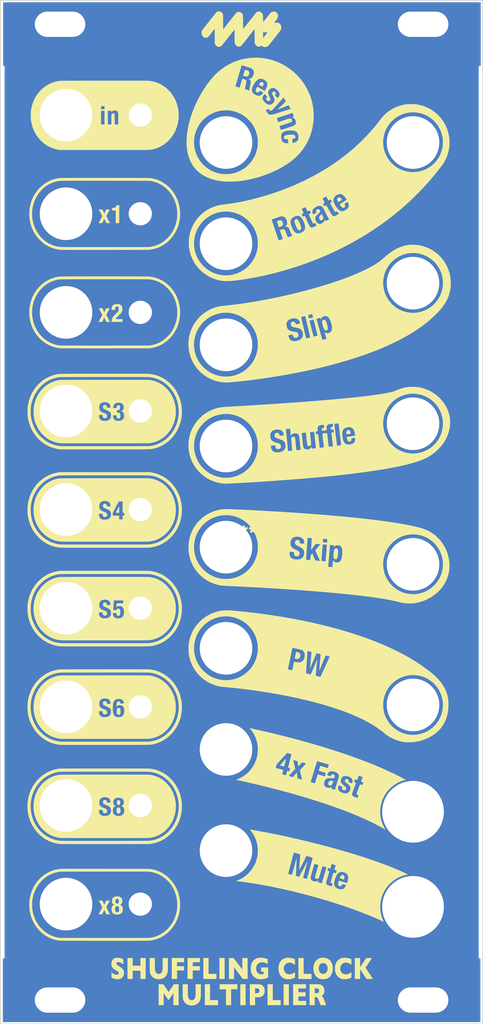
<source format=kicad_pcb>
(kicad_pcb (version 20210606) (generator pcbnew)
  (layers (0 "F.Cu" signal) (31 "B.Cu" signal) (34 "B.Paste" user) (35 "F.Paste" user) (36 "B.SilkS" user "B.Silkscreen") (37 "F.SilkS" user "F.Silkscreen") (38 "B.Mask" user) (39 "F.Mask" user) (44 "Edge.Cuts" user))
  (net 0 "")
  (net 1 "GND")
  (footprint "Faceplate_Hole_Lightpipe_With_Mask_Opening" (layer "F.Cu") (at 16.6116 17.9705)
    (fp_text reference "REF**" hide)
    (fp_text value "Faceplate_Hole_LightPipe_With_Mask_Opening" hide)
    (pad "1" thru_hole circle locked (at 0 0) (size 3.175 3.175) (drill 2.921) (layers *.Cu *.Mask) (net 1 "GND"))
  )
  (footprint "4ms_Faceplate:Faceplate_Rail_Mount_Slot_Plated" (layer "F.Cu") (at 6.529999 116.6883)
    (fp_text reference "REF**" hide)
    (fp_text value "Rail_mount_slot" hide)
    (pad "1" thru_hole oval locked (at 0 0) (size 7.366 4.191) (drill oval 6.35 3.175) (layers *.Cu *.Mask) (net 1 "GND"))
  )
  (footprint "Faceplate_Hole_Jack_3.5mm" (layer "F.Cu") (at 7.281 67.5005)
    (fp_text reference "REF**" hide)
    (fp_text value "GND" hide)
    (pad "1" thru_hole circle locked (at 0 0) (size 7.62 7.62) (drill 6.604) (layers *.Cu *.Mask) (net 1 "GND"))
  )
  (footprint "Faceplate_Hole_Pot_9mm" (layer "F.Cu") (at 50.8762 9.0297)
    (fp_text reference "REF**" hide)
    (fp_text value "Faceplate_Hole_Pot_9mm" hide)
    (pad "1" thru_hole circle locked (at 0 0) (size 7.112 7.112) (drill 6.604) (layers *.Cu *.Mask) (net 1 "GND"))
  )
  (footprint "Faceplate_Hole_Jack_3.5mm" (layer "F.Cu") (at 27.3812 97.9297)
    (fp_text reference "REF**" hide)
    (fp_text value "GND" hide)
    (pad "1" thru_hole circle locked (at 0 0) (size 7.62 7.62) (drill 6.604) (layers *.Cu *.Mask) (net 1 "GND"))
  )
  (footprint "Faceplate_Hole_Lightpipe_With_Mask_Opening" (layer "F.Cu") (at 16.6116 5.588)
    (fp_text reference "REF**" hide)
    (fp_text value "Faceplate_Hole_LightPipe_With_Mask_Opening" hide)
    (pad "1" thru_hole circle locked (at 0 0) (size 3.175 3.175) (drill 2.921) (layers *.Cu *.Mask) (net 1 "GND"))
  )
  (footprint "Faceplate_Hole_Jack_3.5mm" (layer "F.Cu") (at 7.281 79.883)
    (fp_text reference "REF**" hide)
    (fp_text value "GND" hide)
    (pad "1" thru_hole circle locked (at 0 0) (size 7.62 7.62) (drill 6.604) (layers *.Cu *.Mask) (net 1 "GND"))
  )
  (footprint "4ms_Faceplate:Faceplate_Rail_Mount_Slot_Plated" (layer "F.Cu") (at 52.144 116.6883)
    (fp_text reference "REF**" hide)
    (fp_text value "Rail_mount_slot" hide)
    (pad "1" thru_hole oval locked (at 0 0) (size 7.366 4.191) (drill oval 6.35 3.175) (layers *.Cu *.Mask) (net 1 "GND"))
  )
  (footprint "Faceplate_Hole_Lightpipe_With_Mask_Opening" (layer "F.Cu") (at 16.6116 67.5005)
    (fp_text reference "REF**" hide)
    (fp_text value "Faceplate_Hole_LightPipe_With_Mask_Opening" hide)
    (pad "1" thru_hole circle locked (at 0 0) (size 3.175 3.175) (drill 2.921) (layers *.Cu *.Mask) (net 1 "GND"))
  )
  (footprint "Faceplate_Hole_Lightpipe_With_Mask_Opening" (layer "F.Cu") (at 16.6116 92.2655)
    (fp_text reference "REF**" hide)
    (fp_text value "Faceplate_Hole_LightPipe_With_Mask_Opening" hide)
    (pad "1" thru_hole circle locked (at 0 0) (size 3.175 3.175) (drill 2.921) (layers *.Cu *.Mask) (net 1 "GND"))
  )
  (footprint "Faceplate_Hole_Pot_9mm" (layer "F.Cu") (at 50.8762 44.3357)
    (fp_text reference "REF**" hide)
    (fp_text value "Faceplate_Hole_Pot_9mm" hide)
    (pad "1" thru_hole circle locked (at 0 0) (size 7.112 7.112) (drill 6.604) (layers *.Cu *.Mask) (net 1 "GND"))
  )
  (footprint "Faceplate_Hole_Jack_3.5mm" (layer "F.Cu") (at 7.281 104.648)
    (fp_text reference "REF**" hide)
    (fp_text value "GND" hide)
    (pad "1" thru_hole circle locked (at 0 0) (size 7.62 7.62) (drill 6.604) (layers *.Cu *.Mask) (net 1 "GND"))
  )
  (footprint "Faceplate_Hole_Jack_3.5mm" (layer "F.Cu") (at 27.3812 21.7297)
    (fp_text reference "REF**" hide)
    (fp_text value "GND" hide)
    (pad "1" thru_hole circle locked (at 0 0) (size 7.62 7.62) (drill 6.604) (layers *.Cu *.Mask) (net 1 "GND"))
  )
  (footprint "Faceplate_Hole_Jack_3.5mm" (layer "F.Cu") (at 27.3812 72.5297)
    (fp_text reference "REF**" hide)
    (fp_text value "GND" hide)
    (pad "1" thru_hole circle locked (at 0 0) (size 7.62 7.62) (drill 6.604) (layers *.Cu *.Mask) (net 1 "GND"))
  )
  (footprint "Faceplate_Hole_Lightpipe_With_Mask_Opening" (layer "F.Cu") (at 16.6116 30.353)
    (fp_text reference "REF**" hide)
    (fp_text value "Faceplate_Hole_LightPipe_With_Mask_Opening" hide)
    (pad "1" thru_hole circle locked (at 0 0) (size 3.175 3.175) (drill 2.921) (layers *.Cu *.Mask) (net 1 "GND"))
  )
  (footprint "artwork:silk" (layer "F.Cu") (at 28.85 58.07)
    (fp_text reference "G***" (at 0 0) (layer "F.SilkS") (effects (font (size 1.524 1.524) (thickness 0.3))))
    (fp_text value "LOGO" hide)
  )
  (footprint "Faceplate_Hole_Jack_3.5mm" (layer "F.Cu") (at 27.3812 59.8297)
    (fp_text reference "REF**" hide)
    (fp_text value "GND" hide)
    (pad "1" thru_hole circle locked (at 0 0) (size 7.62 7.62) (drill 6.604) (layers *.Cu *.Mask) (net 1 "GND"))
  )
  (footprint "Faceplate_Hole_Jack_3.5mm" (layer "F.Cu") (at 7.281 5.588)
    (fp_text reference "REF**" hide)
    (fp_text value "GND" hide)
    (pad "1" thru_hole circle locked (at 0 0) (size 7.62 7.62) (drill 6.604) (layers *.Cu *.Mask) (net 1 "GND"))
  )
  (footprint "Faceplate_Hole_Pot_9mm" (layer "F.Cu") (at 50.8762 26.6827)
    (fp_text reference "REF**" hide)
    (fp_text value "Faceplate_Hole_Pot_9mm" hide)
    (pad "1" thru_hole circle locked (at 0 0) (size 7.112 7.112) (drill 6.604) (layers *.Cu *.Mask) (net 1 "GND"))
  )
  (footprint "Faceplate_Hole_Jack_3.5mm" (layer "F.Cu") (at 7.281 55.118)
    (fp_text reference "REF**" hide)
    (fp_text value "GND" hide)
    (pad "1" thru_hole circle locked (at 0 0) (size 7.62 7.62) (drill 6.604) (layers *.Cu *.Mask) (net 1 "GND"))
  )
  (footprint "4ms_Faceplate:Faceplate_Rail_Mount_Slot_Plated" (layer "F.Cu") (at 6.529999 -5.8173)
    (fp_text reference "REF**" hide)
    (fp_text value "Rail_mount_slot" hide)
    (pad "1" thru_hole oval locked (at 0 0) (size 7.366 4.191) (drill oval 6.35 3.175) (layers *.Cu *.Mask) (net 1 "GND"))
  )
  (footprint "Faceplate_Hole_Jack_3.5mm" (layer "F.Cu") (at 7.281 17.9705)
    (fp_text reference "REF**" hide)
    (fp_text value "GND" hide)
    (pad "1" thru_hole circle locked (at 0 0) (size 7.62 7.62) (drill 6.604) (layers *.Cu *.Mask) (net 1 "GND"))
  )
  (footprint "Faceplate_Hole_Jack_3.5mm" (layer "F.Cu") (at 7.281 42.7355)
    (fp_text reference "REF**" hide)
    (fp_text value "GND" hide)
    (pad "1" thru_hole circle locked (at 0 0) (size 7.62 7.62) (drill 6.604) (layers *.Cu *.Mask) (net 1 "GND"))
  )
  (footprint "Faceplate_Hole_Jack_3.5mm" (layer "F.Cu") (at 27.3812 34.4297)
    (fp_text reference "REF**" hide)
    (fp_text value "GND" hide)
    (pad "1" thru_hole circle locked (at 0 0) (size 7.62 7.62) (drill 6.604) (layers *.Cu *.Mask) (net 1 "GND"))
  )
  (footprint "Faceplate_Hole_LED_Button_7mm_With_Mask_Opening" (layer "F.Cu") (at 50.8762 104.9909)
    (fp_text reference "LOCK1" hide)
    (fp_text value "Faceplate_Hole_LED_Button_7mm_With_Mask_Opening" hide)
    (pad "1" thru_hole circle locked (at 0 0) (size 8.0518 8.0518) (drill 7.747) (layers *.Cu *.Mask) (net 1 "GND"))
  )
  (footprint "Faceplate_Hole_Pot_9mm" (layer "F.Cu") (at 50.8762 79.6417)
    (fp_text reference "REF**" hide)
    (fp_text value "Faceplate_Hole_Pot_9mm" hide)
    (pad "1" thru_hole circle locked (at 0 0) (size 7.112 7.112) (drill 6.604) (layers *.Cu *.Mask) (net 1 "GND"))
  )
  (footprint "Faceplate_Hole_LED_Button_7mm_With_Mask_Opening" (layer "F.Cu") (at 50.8762 93.0529)
    (fp_text reference "LOCK1" hide)
    (fp_text value "Faceplate_Hole_LED_Button_7mm_With_Mask_Opening" hide)
    (pad "1" thru_hole circle locked (at 0 0) (size 8.0518 8.0518) (drill 7.747) (layers *.Cu *.Mask) (net 1 "GND"))
  )
  (footprint "4ms_Faceplate:Faceplate_Rail_Mount_Slot_Plated" (layer "F.Cu") (at 52.144 -5.8173)
    (fp_text reference "REF**" hide)
    (fp_text value "Rail_mount_slot" hide)
    (pad "1" thru_hole oval locked (at 0 0) (size 7.366 4.191) (drill oval 6.35 3.175) (layers *.Cu *.Mask) (net 1 "GND"))
  )
  (footprint "Faceplate_Hole_Jack_3.5mm" (layer "F.Cu") (at 7.281 92.2655)
    (fp_text reference "REF**" hide)
    (fp_text value "GND" hide)
    (pad "1" thru_hole circle locked (at 0 0) (size 7.62 7.62) (drill 6.604) (layers *.Cu *.Mask) (net 1 "GND"))
  )
  (footprint "Faceplate_Hole_Lightpipe_With_Mask_Opening" (layer "F.Cu") (at 16.6116 104.648)
    (fp_text reference "REF**" hide)
    (fp_text value "Faceplate_Hole_LightPipe_With_Mask_Opening" hide)
    (pad "1" thru_hole circle locked (at 0 0) (size 3.175 3.175) (drill 2.921) (layers *.Cu *.Mask) (net 1 "GND"))
  )
  (footprint "Faceplate_Hole_Jack_3.5mm" (layer "F.Cu") (at 7.281 30.353)
    (fp_text reference "REF**" hide)
    (fp_text value "GND" hide)
    (pad "1" thru_hole circle locked (at 0 0) (size 7.62 7.62) (drill 6.604) (layers *.Cu *.Mask) (net 1 "GND"))
  )
  (footprint "Faceplate_Hole_Pot_9mm" (layer "F.Cu") (at 50.8762 61.9887)
    (fp_text reference "REF**" hide)
    (fp_text value "Faceplate_Hole_Pot_9mm" hide)
    (pad "1" thru_hole circle locked (at 0 0) (size 7.112 7.112) (drill 6.604) (layers *.Cu *.Mask) (net 1 "GND"))
  )
  (footprint "Faceplate_Hole_Lightpipe_With_Mask_Opening" (layer "F.Cu") (at 16.6116 42.7355)
    (fp_text reference "REF**" hide)
    (fp_text value "Faceplate_Hole_LightPipe_With_Mask_Opening" hide)
    (pad "1" thru_hole circle locked (at 0 0) (size 3.175 3.175) (drill 2.921) (layers *.Cu *.Mask) (net 1 "GND"))
  )
  (footprint "Faceplate_Hole_Jack_3.5mm" (layer "F.Cu") (at 27.3812 9.0297)
    (fp_text reference "REF**" hide)
    (fp_text value "GND" hide)
    (pad "1" thru_hole circle locked (at 0 0) (size 7.62 7.62) (drill 6.604) (layers *.Cu *.Mask) (net 1 "GND"))
  )
  (footprint "Faceplate_Hole_Lightpipe_With_Mask_Opening" (layer "F.Cu") (at 16.6116 79.883)
    (fp_text reference "REF**" hide)
    (fp_text value "Faceplate_Hole_LightPipe_With_Mask_Opening" hide)
    (pad "1" thru_hole circle locked (at 0 0) (size 3.175 3.175) (drill 2.921) (layers *.Cu *.Mask) (net 1 "GND"))
  )
  (footprint "Faceplate_Hole_Jack_3.5mm" (layer "F.Cu") (at 27.3812 47.1297)
    (fp_text reference "REF**" hide)
    (fp_text value "GND" hide)
    (pad "1" thru_hole circle locked (at 0 0) (size 7.62 7.62) (drill 6.604) (layers *.Cu *.Mask) (net 1 "GND"))
  )
  (footprint "Faceplate_Hole_Jack_3.5mm" (layer "F.Cu") (at 27.3812 85.2297)
    (fp_text reference "REF**" hide)
    (fp_text value "GND" hide)
    (pad "1" thru_hole circle locked (at 0 0) (size 7.62 7.62) (drill 6.604) (layers *.Cu *.Mask) (net 1 "GND"))
  )
  (footprint "Faceplate_Hole_Lightpipe_With_Mask_Opening" (layer "F.Cu") (at 16.6116 55.118)
    (fp_text reference "REF**" hide)
    (fp_text value "Faceplate_Hole_LightPipe_With_Mask_Opening" hide)
    (pad "1" thru_hole circle locked (at 0 0) (size 3.175 3.175) (drill 2.921) (layers *.Cu *.Mask) (net 1 "GND"))
  )
  (footprint "4ms_Faceplate:Rail_Connection_12HP" (layer "B.Cu") (at 29.34 115.46 180)
    (fp_text reference "REF**" hide)
    (fp_text value "Rail_Connection_12HP" hide)
    (pad "1" smd rect locked (at 0 0 180) (size 60 8) (layers "B.Cu" "B.Paste" "B.Mask") (net 1 "GND"))
  )
  (footprint "4ms_Faceplate:Rail_Connection_12HP" (layer "B.Cu") (at 29.38 -4.58 180)
    (fp_text reference "REF**" hide)
    (fp_text value "Rail_Connection_12HP" hide)
    (pad "1" smd rect locked (at 0 0 180) (size 60 8) (layers "B.Cu" "B.Paste" "B.Mask") (net 1 "GND"))
  )
  (gr_line (start -0.963 -8.8145) (end -0.963 119.6855) (layer "Edge.Cuts") (width 0.1))
  (gr_line (start -0.963 119.6855) (end 59.637 119.6855) (layer "Edge.Cuts") (width 0.1))
  (gr_line (start -0.963 -8.8145) (end 59.637 -8.8145) (layer "Edge.Cuts") (width 0.1))
  (gr_line (start 59.637 -8.8145) (end 59.637 119.6855) (layer "Edge.Cuts") (width 0.1))
  (zone (net 1) (net_name "GND") (layer "B.Cu") (connect_pads yes (clearance 0.508)) (min_thickness 0.254) (fill yes (thermal_gap 0.508) (thermal_bridge_width 0.508))
    (polygon (pts (xy 59.398195 119.039721) (xy -0.44 119.039721) (xy -0.44 -8.53) (xy 59.398195 -8.53)))
  )
)
</source>
